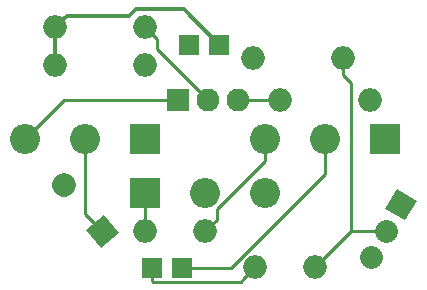
<source format=gbr>
G04 #@! TF.GenerationSoftware,KiCad,Pcbnew,(5.1.5-0-10_14)*
G04 #@! TF.CreationDate,2020-11-19T19:32:45+01:00*
G04 #@! TF.ProjectId,fuzzy-christmas-2020,66757a7a-792d-4636-9872-6973746d6173,rev?*
G04 #@! TF.SameCoordinates,Original*
G04 #@! TF.FileFunction,Copper,L1,Top*
G04 #@! TF.FilePolarity,Positive*
%FSLAX46Y46*%
G04 Gerber Fmt 4.6, Leading zero omitted, Abs format (unit mm)*
G04 Created by KiCad (PCBNEW (5.1.5-0-10_14)) date 2020-11-19 19:32:45*
%MOMM*%
%LPD*%
G04 APERTURE LIST*
%ADD10O,2.000000X2.000000*%
%ADD11C,0.100000*%
%ADD12C,2.000000*%
%ADD13O,2.540000X2.540000*%
%ADD14R,2.540000X2.540000*%
%ADD15C,1.930400*%
%ADD16R,1.930400X1.930400*%
%ADD17O,1.930400X1.930400*%
%ADD18R,1.700000X1.700000*%
%ADD19C,0.250000*%
%ADD20C,0.350000*%
G04 APERTURE END LIST*
D10*
X209550000Y-67373500D03*
X217170000Y-67373500D03*
G04 #@! TA.AperFunction,ComponentPad*
D11*
G36*
X214941013Y-81571010D02*
G01*
X213408924Y-82856585D01*
X212123349Y-81324496D01*
X213655438Y-80038921D01*
X214941013Y-81571010D01*
G37*
G04 #@! TD.AperFunction*
D12*
X210266819Y-77556247D02*
X210266819Y-77556247D01*
D13*
X207010000Y-73660000D03*
X212090000Y-73660000D03*
D14*
X217170000Y-73660000D03*
X217170000Y-78232000D03*
D13*
X222250000Y-78232000D03*
X227330000Y-78232000D03*
X227330000Y-73660000D03*
X232410000Y-73660000D03*
D14*
X237490000Y-73660000D03*
D10*
X222250000Y-81470500D03*
X217170000Y-81470500D03*
G04 #@! TA.AperFunction,ComponentPad*
D11*
G36*
X238470212Y-77888807D02*
G01*
X240141988Y-78854007D01*
X239176788Y-80525783D01*
X237505012Y-79560583D01*
X238470212Y-77888807D01*
G37*
G04 #@! TD.AperFunction*
D15*
X237553500Y-81407000D02*
X237553500Y-81407000D01*
X236283500Y-83606705D02*
X236283500Y-83606705D01*
D16*
X219964000Y-70358000D03*
D17*
X222504000Y-70358000D03*
X225044000Y-70358000D03*
D10*
X209550000Y-64198500D03*
X217170000Y-64198500D03*
X236220000Y-70358000D03*
X228600000Y-70358000D03*
X233934000Y-66802000D03*
X226314000Y-66802000D03*
D18*
X223456500Y-65659000D03*
X220281500Y-84543900D03*
X217741500Y-84543900D03*
X220916500Y-65659000D03*
D10*
X231584500Y-84455000D03*
X226504500Y-84455000D03*
D19*
X217170000Y-78232000D02*
X217170000Y-81470500D01*
X227330000Y-75512602D02*
X227330000Y-75456051D01*
X227330000Y-75456051D02*
X227330000Y-73660000D01*
X223249999Y-79592603D02*
X227330000Y-75512602D01*
X223249999Y-80470501D02*
X223249999Y-79592603D01*
X222250000Y-81470500D02*
X223249999Y-80470501D01*
X234632500Y-81407000D02*
X237553500Y-81407000D01*
X231584500Y-84455000D02*
X234632500Y-81407000D01*
X233934000Y-68216213D02*
X233934000Y-66802000D01*
X234632500Y-68914713D02*
X233934000Y-68216213D01*
X234632500Y-81407000D02*
X234632500Y-68914713D01*
X225240599Y-85718901D02*
X225504501Y-85454999D01*
X225504501Y-85454999D02*
X226504500Y-84455000D01*
X217816501Y-85718901D02*
X225240599Y-85718901D01*
X217741500Y-85643900D02*
X217816501Y-85718901D01*
X217741500Y-84543900D02*
X217741500Y-85643900D01*
X212090000Y-80005572D02*
X213532181Y-81447753D01*
X212090000Y-73660000D02*
X212090000Y-80005572D01*
D20*
X209550000Y-67373500D02*
X209550000Y-64198500D01*
X216413999Y-62623499D02*
X220420999Y-62623499D01*
X210549999Y-63198501D02*
X215838997Y-63198501D01*
X220420999Y-62623499D02*
X223456500Y-65659000D01*
X215838997Y-63198501D02*
X216413999Y-62623499D01*
X209550000Y-64198500D02*
X210549999Y-63198501D01*
D19*
X232410000Y-75456051D02*
X232410000Y-73660000D01*
X232410000Y-76588498D02*
X232410000Y-75456051D01*
X224454598Y-84543900D02*
X232410000Y-76588498D01*
X220281500Y-84543900D02*
X224454598Y-84543900D01*
X221538801Y-69392801D02*
X222504000Y-70358000D01*
X218169999Y-65198499D02*
X218169999Y-66023999D01*
X218169999Y-66023999D02*
X221538801Y-69392801D01*
X217170000Y-64198500D02*
X218169999Y-65198499D01*
X226408998Y-70358000D02*
X228600000Y-70358000D01*
X225044000Y-70358000D02*
X226408998Y-70358000D01*
X210312000Y-70358000D02*
X219964000Y-70358000D01*
X207010000Y-73660000D02*
X210312000Y-70358000D01*
M02*

</source>
